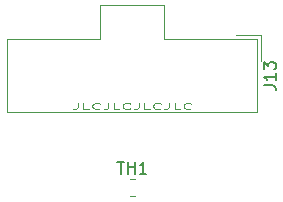
<source format=gto>
G04 #@! TF.GenerationSoftware,KiCad,Pcbnew,(5.1.12)-1*
G04 #@! TF.CreationDate,2022-01-06T15:04:26+01:00*
G04 #@! TF.ProjectId,V0-UmbilicalBoard,56302d55-6d62-4696-9c69-63616c426f61,rev?*
G04 #@! TF.SameCoordinates,Original*
G04 #@! TF.FileFunction,Legend,Top*
G04 #@! TF.FilePolarity,Positive*
%FSLAX46Y46*%
G04 Gerber Fmt 4.6, Leading zero omitted, Abs format (unit mm)*
G04 Created by KiCad (PCBNEW (5.1.12)-1) date 2022-01-06 15:04:26*
%MOMM*%
%LPD*%
G01*
G04 APERTURE LIST*
%ADD10C,0.125000*%
%ADD11C,0.120000*%
%ADD12C,0.150000*%
G04 APERTURE END LIST*
D10*
X95380952Y-102326190D02*
X95380952Y-102683333D01*
X95333333Y-102754761D01*
X95238095Y-102802380D01*
X95095238Y-102826190D01*
X95000000Y-102826190D01*
X96333333Y-102826190D02*
X95857142Y-102826190D01*
X95857142Y-102326190D01*
X97238095Y-102778571D02*
X97190476Y-102802380D01*
X97047619Y-102826190D01*
X96952380Y-102826190D01*
X96809523Y-102802380D01*
X96714285Y-102754761D01*
X96666666Y-102707142D01*
X96619047Y-102611904D01*
X96619047Y-102540476D01*
X96666666Y-102445238D01*
X96714285Y-102397619D01*
X96809523Y-102350000D01*
X96952380Y-102326190D01*
X97047619Y-102326190D01*
X97190476Y-102350000D01*
X97238095Y-102373809D01*
X97952380Y-102326190D02*
X97952380Y-102683333D01*
X97904761Y-102754761D01*
X97809523Y-102802380D01*
X97666666Y-102826190D01*
X97571428Y-102826190D01*
X98904761Y-102826190D02*
X98428571Y-102826190D01*
X98428571Y-102326190D01*
X99809523Y-102778571D02*
X99761904Y-102802380D01*
X99619047Y-102826190D01*
X99523809Y-102826190D01*
X99380952Y-102802380D01*
X99285714Y-102754761D01*
X99238095Y-102707142D01*
X99190476Y-102611904D01*
X99190476Y-102540476D01*
X99238095Y-102445238D01*
X99285714Y-102397619D01*
X99380952Y-102350000D01*
X99523809Y-102326190D01*
X99619047Y-102326190D01*
X99761904Y-102350000D01*
X99809523Y-102373809D01*
X100523809Y-102326190D02*
X100523809Y-102683333D01*
X100476190Y-102754761D01*
X100380952Y-102802380D01*
X100238095Y-102826190D01*
X100142857Y-102826190D01*
X101476190Y-102826190D02*
X101000000Y-102826190D01*
X101000000Y-102326190D01*
X102380952Y-102778571D02*
X102333333Y-102802380D01*
X102190476Y-102826190D01*
X102095238Y-102826190D01*
X101952380Y-102802380D01*
X101857142Y-102754761D01*
X101809523Y-102707142D01*
X101761904Y-102611904D01*
X101761904Y-102540476D01*
X101809523Y-102445238D01*
X101857142Y-102397619D01*
X101952380Y-102350000D01*
X102095238Y-102326190D01*
X102190476Y-102326190D01*
X102333333Y-102350000D01*
X102380952Y-102373809D01*
X103095238Y-102326190D02*
X103095238Y-102683333D01*
X103047619Y-102754761D01*
X102952380Y-102802380D01*
X102809523Y-102826190D01*
X102714285Y-102826190D01*
X104047619Y-102826190D02*
X103571428Y-102826190D01*
X103571428Y-102326190D01*
X104952380Y-102778571D02*
X104904761Y-102802380D01*
X104761904Y-102826190D01*
X104666666Y-102826190D01*
X104523809Y-102802380D01*
X104428571Y-102754761D01*
X104380952Y-102707142D01*
X104333333Y-102611904D01*
X104333333Y-102540476D01*
X104380952Y-102445238D01*
X104428571Y-102397619D01*
X104523809Y-102350000D01*
X104666666Y-102326190D01*
X104761904Y-102326190D01*
X104904761Y-102350000D01*
X104952380Y-102373809D01*
D11*
X110880000Y-96600000D02*
X108750000Y-96600000D01*
X110880000Y-98750000D02*
X110880000Y-96600000D01*
X97290000Y-94040000D02*
X100000000Y-94040000D01*
X97290000Y-96900000D02*
X97290000Y-94040000D01*
X89420000Y-96900000D02*
X97290000Y-96900000D01*
X89420000Y-103100000D02*
X89420000Y-96900000D01*
X100000000Y-103100000D02*
X89420000Y-103100000D01*
X102710000Y-94040000D02*
X100000000Y-94040000D01*
X102710000Y-96900000D02*
X102710000Y-94040000D01*
X110580000Y-96900000D02*
X102710000Y-96900000D01*
X110580000Y-103100000D02*
X110580000Y-96900000D01*
X100000000Y-103100000D02*
X110580000Y-103100000D01*
X99772936Y-110235000D02*
X100227064Y-110235000D01*
X99772936Y-108765000D02*
X100227064Y-108765000D01*
D12*
X111122380Y-100809523D02*
X111836666Y-100809523D01*
X111979523Y-100857142D01*
X112074761Y-100952380D01*
X112122380Y-101095238D01*
X112122380Y-101190476D01*
X112122380Y-99809523D02*
X112122380Y-100380952D01*
X112122380Y-100095238D02*
X111122380Y-100095238D01*
X111265238Y-100190476D01*
X111360476Y-100285714D01*
X111408095Y-100380952D01*
X111122380Y-99476190D02*
X111122380Y-98857142D01*
X111503333Y-99190476D01*
X111503333Y-99047619D01*
X111550952Y-98952380D01*
X111598571Y-98904761D01*
X111693809Y-98857142D01*
X111931904Y-98857142D01*
X112027142Y-98904761D01*
X112074761Y-98952380D01*
X112122380Y-99047619D01*
X112122380Y-99333333D01*
X112074761Y-99428571D01*
X112027142Y-99476190D01*
X98714285Y-107302380D02*
X99285714Y-107302380D01*
X99000000Y-108302380D02*
X99000000Y-107302380D01*
X99619047Y-108302380D02*
X99619047Y-107302380D01*
X99619047Y-107778571D02*
X100190476Y-107778571D01*
X100190476Y-108302380D02*
X100190476Y-107302380D01*
X101190476Y-108302380D02*
X100619047Y-108302380D01*
X100904761Y-108302380D02*
X100904761Y-107302380D01*
X100809523Y-107445238D01*
X100714285Y-107540476D01*
X100619047Y-107588095D01*
M02*

</source>
